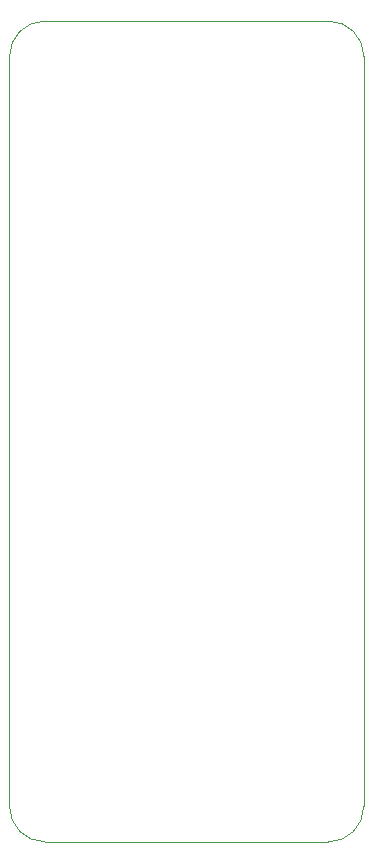
<source format=gbr>
%TF.GenerationSoftware,KiCad,Pcbnew,(6.0.6-0)*%
%TF.CreationDate,2023-03-25T13:57:32+01:00*%
%TF.ProjectId,bubblebutbot,62756262-6c65-4627-9574-626f742e6b69,rev?*%
%TF.SameCoordinates,Original*%
%TF.FileFunction,Profile,NP*%
%FSLAX46Y46*%
G04 Gerber Fmt 4.6, Leading zero omitted, Abs format (unit mm)*
G04 Created by KiCad (PCBNEW (6.0.6-0)) date 2023-03-25 13:57:32*
%MOMM*%
%LPD*%
G01*
G04 APERTURE LIST*
%TA.AperFunction,Profile*%
%ADD10C,0.100000*%
%TD*%
G04 APERTURE END LIST*
D10*
X151000000Y-140500000D02*
G75*
G03*
X154000000Y-143500000I3000000J0D01*
G01*
X178000000Y-143500000D02*
G75*
G03*
X181000000Y-140500000I0J3000000D01*
G01*
X181000000Y-77000000D02*
G75*
G03*
X178000000Y-74000000I-3000000J0D01*
G01*
X154000000Y-74000000D02*
G75*
G03*
X151000000Y-77000000I0J-3000000D01*
G01*
X181000000Y-140500000D02*
X181000000Y-77000000D01*
X154000000Y-74000000D02*
X178000000Y-74000000D01*
X151000000Y-78100000D02*
X151000000Y-77000000D01*
X151000000Y-140500000D02*
X151000000Y-78100000D01*
X154000000Y-143500000D02*
X178000000Y-143500000D01*
M02*

</source>
